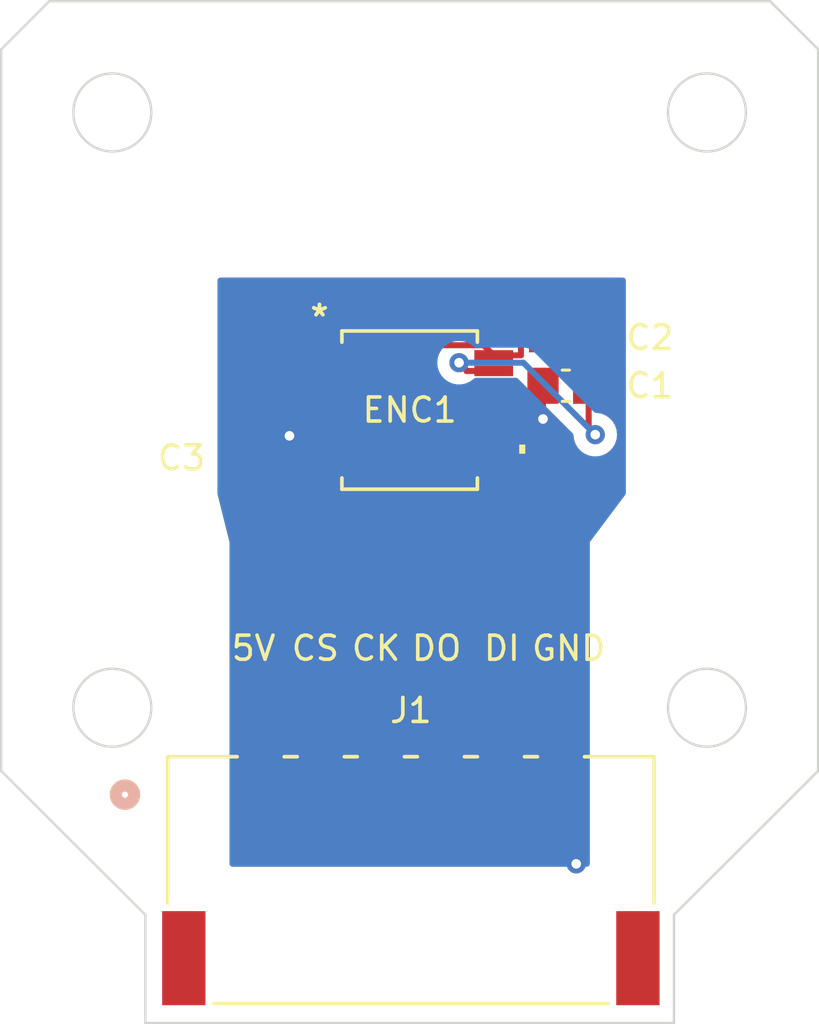
<source format=kicad_pcb>
(kicad_pcb (version 20240108) (generator "pcbnew") (generator_version "8.0")
  (layers (0 "F.Cu" signal) (31 "B.Cu" signal) (34 "B.Paste" user) (35 "F.Paste" user) (36 "B.SilkS" user "B.Silkscreen") (37 "F.SilkS" user "F.Silkscreen") (38 "B.Mask" user) (39 "F.Mask" user) (44 "Edge.Cuts" user))
  (net 0 "")
  (net 1 "+5V")
  (net 2 "Net-(ENC1-CSN)")
  (net 3 "Net-(ENC1-CLK)")
  (net 4 "Net-(ENC1-DO)")
  (net 8 "GND")
  (net 11 "Net-(ENC1-PROG)")
  (net 13 "Net-(ENC1-VDD3V3)")
  (footprint "AS5045-3V3-REG-CAP:CAPC2012X70" (layer "F.Cu") (at 145 81)
    (property "Reference" "C1" (at 3.5 0 0) (layer "F.SilkS"))
    (property "Value" "CC0805KKX5R7BB106" (hide yes))
    (fp_line (start -0.15 -0.65) (end 0.15 -0.65) (stroke (width 0.127)) (layer "F.SilkS"))
    (fp_line (start -0.15 0.65) (end 0.15 0.65) (stroke (width 0.127)) (layer "F.SilkS"))
    (pad "1" smd rect (at -0.95 0) (size 1.3 1.5) (layers "F.Cu" "F.Paste" "F.Mask") (net 8 "GND"))
    (pad "2" smd rect (at 0.95 0) (size 1.3 1.5) (layers "F.Cu" "F.Paste" "F.Mask") (net 13 "Net-(ENC1-VDD3V3)"))
  )
  (footprint "AS5045-PROG-CAP:YAG_CC0402_YAG" (layer "F.Cu") (at 132.4539 84)
    (property "Reference" "C3" (at -3.4539 0 0) (layer "F.SilkS"))
    (property "Value" "CC0402KRX7R7BB104" (hide yes))
    (pad "1" smd rect (at -0.5461 0) (size 0.6604 0.5588) (layers "F.Cu" "F.Paste" "F.Mask") (net 11 "Net-(ENC1-PROG)"))
    (pad "2" smd rect (at 0.5461 0) (size 0.6604 0.5588) (layers "F.Cu" "F.Paste" "F.Mask") (net 8 "GND"))
  )
  (footprint "AS5045-DECOP-CAP:CC0805N_YAG" (layer "F.Cu") (at 144.8255 79)
    (property "Reference" "C2" (at 3.6745 0 0) (layer "F.SilkS"))
    (property "Value" "CC0805KRX7R7BB104" (hide yes))
    (pad "1" smd rect (at -0.8255 0) (size 1.0668 1.2192) (layers "F.Cu" "F.Paste" "F.Mask") (net 1 "+5V"))
    (pad "2" smd rect (at 0.8255 0) (size 1.0668 1.2192) (layers "F.Cu" "F.Paste" "F.Mask") (net 8 "GND"))
  )
  (footprint "AS5045:SSOP16_AS5040-ASST_AMS" (layer "F.Cu") (at 138.499 82.0114)
    (property "Reference" "ENC1" (at 0 0 0) (layer "F.SilkS"))
    (property "Value" "AS5045-ASST")
    (fp_line (start -2.8194 -3.2893) (end -2.8194 -2.823639) (stroke (width 0.1524)) (layer "F.SilkS"))
    (fp_line (start -2.8194 2.823639) (end -2.8194 3.2893) (stroke (width 0.1524)) (layer "F.SilkS"))
    (fp_line (start -2.8194 3.2893) (end 2.8194 3.2893) (stroke (width 0.1524)) (layer "F.SilkS"))
    (fp_line (start 2.8194 -3.2893) (end -2.8194 -3.2893) (stroke (width 0.1524)) (layer "F.SilkS"))
    (fp_line (start 2.8194 -2.823639) (end 2.8194 -3.2893) (stroke (width 0.1524)) (layer "F.SilkS"))
    (fp_line (start 2.8194 3.2893) (end 2.8194 2.823639) (stroke (width 0.1524)) (layer "F.SilkS"))
    (fp_poly (pts (xy 4.8136 1.434501) (xy 4.8136 1.815501) (xy 4.5596 1.815501) (xy 4.5596 1.434501)) (fill solid) (layer "F.SilkS"))
    (fp_text user "*" (at -3.753 -3.849801 0) (layer "F.SilkS"))
    (fp_text user "*" (at -3.753 -3.849801 0) (layer "F.SilkS"))
    (pad "1" smd rect (at -3.499 -2.274999) (size 1.6132 0.4318) (layers "F.Cu" "F.Paste" "F.Mask"))
    (pad "2" smd rect (at -3.499 -1.625001) (size 1.6132 0.4318) (layers "F.Cu" "F.Paste" "F.Mask"))
    (pad "3" smd rect (at -3.499 -0.974999) (size 1.6132 0.4318) (layers "F.Cu" "F.Paste" "F.Mask"))
    (pad "4" smd rect (at -3.499 -0.325001) (size 1.6132 0.4318) (layers "F.Cu" "F.Paste" "F.Mask"))
    (pad "5" smd rect (at -3.499 0.324998) (size 1.6132 0.4318) (layers "F.Cu" "F.Paste" "F.Mask"))
    (pad "6" smd rect (at -3.499 0.974999) (size 1.6132 0.4318) (layers "F.Cu" "F.Paste" "F.Mask") (net 1 "+5V"))
    (pad "7" smd rect (at -3.499 1.624998) (size 1.6132 0.4318) (layers "F.Cu" "F.Paste" "F.Mask") (net 8 "GND"))
    (pad "8" smd rect (at -3.499 2.274999) (size 1.6132 0.4318) (layers "F.Cu" "F.Paste" "F.Mask") (net 11 "Net-(ENC1-PROG)"))
    (pad "9" smd rect (at 3.499 2.274999) (size 1.6132 0.4318) (layers "F.Cu" "F.Paste" "F.Mask") (net 4 "Net-(ENC1-DO)"))
    (pad "10" smd rect (at 3.499 1.625001) (size 1.6132 0.4318) (layers "F.Cu" "F.Paste" "F.Mask") (net 3 "Net-(ENC1-CLK)"))
    (pad "11" smd rect (at 3.499 0.974999) (size 1.6132 0.4318) (layers "F.Cu" "F.Paste" "F.Mask") (net 2 "Net-(ENC1-CSN)"))
    (pad "12" smd rect (at 3.499 0.325001) (size 1.6132 0.4318) (layers "F.Cu" "F.Paste" "F.Mask"))
    (pad "13" smd rect (at 3.499 -0.324998) (size 1.6132 0.4318) (layers "F.Cu" "F.Paste" "F.Mask"))
    (pad "14" smd rect (at 3.499 -0.974999) (size 1.6132 0.4318) (layers "F.Cu" "F.Paste" "F.Mask"))
    (pad "15" smd rect (at 3.499 -1.624998) (size 1.6132 0.4318) (layers "F.Cu" "F.Paste" "F.Mask") (net 13 "Net-(ENC1-VDD3V3)"))
    (pad "16" smd rect (at 3.499 -2.274999) (size 1.6132 0.4318) (layers "F.Cu" "F.Paste" "F.Mask") (net 1 "+5V"))
  )
  (footprint "JST-XH-6:CONN_S6B-XH-SM4-TB_JST" (layer "F.Cu") (at 138.55 101.5538)
    (property "Reference" "J1" (at 0 -7.0538 0) (layer "F.SilkS"))
    (property "Value" "S6B-PH-SM4-TB" (hide yes))
    (fp_circle (center -11.8999 -3.553801) (end -11.5189 -3.553801) (stroke (width 0.508)) (fill none) (layer "B.SilkS"))
    (fp_line (start -10.1219 -5.1308) (end -10.1219 0.957659) (stroke (width 0.1524)) (layer "F.SilkS"))
    (fp_line (start -8.215559 5.1308) (end 8.215559 5.1308) (stroke (width 0.1524)) (layer "F.SilkS"))
    (fp_line (start -7.23044 -5.1308) (end -10.1219 -5.1308) (stroke (width 0.1524)) (layer "F.SilkS"))
    (fp_line (start -4.73044 -5.1308) (end -5.26956 -5.1308) (stroke (width 0.1524)) (layer "F.SilkS"))
    (fp_line (start -2.23044 -5.1308) (end -2.76956 -5.1308) (stroke (width 0.1524)) (layer "F.SilkS"))
    (fp_line (start 0.26956 -5.1308) (end -0.26956 -5.1308) (stroke (width 0.1524)) (layer "F.SilkS"))
    (fp_line (start 2.76956 -5.1308) (end 2.23044 -5.1308) (stroke (width 0.1524)) (layer "F.SilkS"))
    (fp_line (start 5.26956 -5.1308) (end 4.73044 -5.1308) (stroke (width 0.1524)) (layer "F.SilkS"))
    (fp_line (start 10.1219 -5.1308) (end 7.23044 -5.1308) (stroke (width 0.1524)) (layer "F.SilkS"))
    (fp_line (start 10.1219 0.957659) (end 10.1219 -5.1308) (stroke (width 0.1524)) (layer "F.SilkS"))
    (fp_circle (center -11.8999 -3.553801) (end -11.5189 -3.553801) (stroke (width 0.508)) (fill none) (layer "F.SilkS"))
    (pad "1" smd rect (at -6.25 -3.553801) (size 1.2954 4.4958) (layers "F.Cu" "F.Paste" "F.Mask") (net 1 "+5V"))
    (pad "2" smd rect (at -3.75 -3.553801) (size 1.2954 4.4958) (layers "F.Cu" "F.Paste" "F.Mask") (net 2 "Net-(ENC1-CSN)"))
    (pad "3" smd rect (at -1.25 -3.553801) (size 1.2954 4.4958) (layers "F.Cu" "F.Paste" "F.Mask") (net 3 "Net-(ENC1-CLK)"))
    (pad "4" smd rect (at 1.25 -3.553801) (size 1.2954 4.4958) (layers "F.Cu" "F.Paste" "F.Mask") (net 4 "Net-(ENC1-DO)"))
    (pad "5" smd rect (at 3.75 -3.553801) (size 1.2954 4.4958) (layers "F.Cu" "F.Paste" "F.Mask") (net 11 "Net-(ENC1-PROG)"))
    (pad "6" smd rect (at 6.25 -3.553801) (size 1.2954 4.4958) (layers "F.Cu" "F.Paste" "F.Mask") (net 8 "GND"))
    (pad "7" smd rect (at -9.449999 3.246199) (size 1.8034 3.9116) (layers "F.Cu" "F.Paste" "F.Mask"))
    (pad "8" smd rect (at 9.449999 3.246199) (size 1.8034 3.9116) (layers "F.Cu" "F.Paste" "F.Mask"))
  )
  (gr_circle (center 150.874369 94.385769) (end 152.495369 94.385769) (stroke (width 0.1)) (fill none) (layer "Edge.Cuts"))
  (gr_line (start 127.5 103) (end 127.5 107.5) (stroke (width 0.1)) (layer "Edge.Cuts"))
  (gr_line (start 155.5 67.0114) (end 153.5 65.0114) (stroke (width 0.1)) (layer "Edge.Cuts"))
  (gr_line (start 153.5 65.0114) (end 123.5 65.0114) (stroke (width 0.1)) (layer "Edge.Cuts"))
  (gr_line (start 121.5 97.0114) (end 123.5 99.0114) (stroke (width 0.1)) (layer "Edge.Cuts"))
  (gr_line (start 123.5 65.0114) (end 121.5 67.0114) (stroke (width 0.1)) (layer "Edge.Cuts"))
  (gr_line (start 123.5 99.0114) (end 127.5 103) (stroke (width 0.1)) (layer "Edge.Cuts"))
  (gr_line (start 153.5 99.0114) (end 155.5 97.0114) (stroke (width 0.1)) (layer "Edge.Cuts"))
  (gr_line (start 127.5 107.5) (end 149.5 107.5) (stroke (width 0.1)) (layer "Edge.Cuts"))
  (gr_circle (center 126.125631 94.385769) (end 127.746631 94.385769) (stroke (width 0.1)) (fill none) (layer "Edge.Cuts"))
  (gr_line (start 149.5 103) (end 153.5 99.0114) (stroke (width 0.1)) (layer "Edge.Cuts"))
  (gr_line (start 155.5 97.0114) (end 155.5 67.0114) (stroke (width 0.1)) (layer "Edge.Cuts"))
  (gr_circle (center 126.125631 69.637031) (end 127.746631 69.637031) (stroke (width 0.1)) (fill none) (layer "Edge.Cuts"))
  (gr_circle (center 150.874369 69.637031) (end 152.495369 69.637031) (stroke (width 0.1)) (fill none) (layer "Edge.Cuts"))
  (gr_line (start 149.5 107.5) (end 149.5 103) (stroke (width 0.1)) (layer "Edge.Cuts"))
  (gr_line (start 121.5 67.0114) (end 121.5 97.0114) (stroke (width 0.1)) (layer "Edge.Cuts"))
  (gr_text "5V" (at 131 92.5 0) (layer "F.SilkS") (effects (font (size 1 1)) (justify left bottom)))
  (gr_text "CS" (at 133.5 92.5 0) (layer "F.SilkS") (effects (font (size 1 1)) (justify left bottom)))
  (gr_text "DI" (at 141.5 92.5 0) (layer "F.SilkS") (effects (font (size 1 1)) (justify left bottom)))
  (gr_text "CK" (at 136 92.5 0) (layer "F.SilkS") (effects (font (size 1 1)) (justify left bottom)))
  (gr_text "GND" (at 143.5 92.5 0) (layer "F.SilkS") (effects (font (size 1 1)) (justify left bottom)))
  (gr_text "DO" (at 138.5 92.5 0) (layer "F.SilkS") (effects (font (size 1 1)) (justify left bottom)))
  (segment (start 136.1333 82.9864) (end 136.1333 84.9966) (width 0.25) (layer "F.Cu") (net 1))
  (segment (start 141.577 79.3154) (end 139.8043 79.3154) (width 0.25) (layer "F.Cu") (net 1))
  (segment (start 135 82.9864) (end 136.1333 82.9864) (width 0.25) (layer "F.Cu") (net 1))
  (segment (start 132.3 88.8299) (end 132.3 98) (width 0.25) (layer "F.Cu") (net 1))
  (segment (start 141.998 79.7364) (end 143.1313 79.7364) (width 0.25) (layer "F.Cu") (net 1))
  (segment (start 143.1313 79.0086) (end 143.1399 79) (width 0.25) (layer "F.Cu") (net 1))
  (segment (start 143.1313 79.7364) (end 143.1313 79.0086) (width 0.25) (layer "F.Cu") (net 1))
  (segment (start 144 79) (end 143.1399 79) (width 0.25) (layer "F.Cu") (net 1))
  (segment (start 141.998 79.7364) (end 141.577 79.3154) (width 0.25) (layer "F.Cu") (net 1))
  (segment (start 139.8043 79.3154) (end 136.1333 82.9864) (width 0.25) (layer "F.Cu") (net 1))
  (segment (start 136.1333 84.9966) (end 132.3 88.8299) (width 0.25) (layer "F.Cu") (net 1))
  (segment (start 134.8 89.0511) (end 140.8647 82.9864) (width 0.25) (layer "F.Cu") (net 2))
  (segment (start 141.998 82.9864) (end 140.8647 82.9864) (width 0.25) (layer "F.Cu") (net 2))
  (segment (start 134.8 98) (end 134.8 89.0511) (width 0.25) (layer "F.Cu") (net 2))
  (segment (start 140.8647 83.6364) (end 137.3 87.2011) (width 0.25) (layer "F.Cu") (net 3))
  (segment (start 137.3 87.2011) (end 137.3 98) (width 0.25) (layer "F.Cu") (net 3))
  (segment (start 141.998 83.6364) (end 140.8647 83.6364) (width 0.25) (layer "F.Cu") (net 3))
  (segment (start 140.8647 94.3607) (end 139.8 95.4254) (width 0.25) (layer "F.Cu") (net 4))
  (segment (start 140.8647 84.2864) (end 140.8647 94.3607) (width 0.25) (layer "F.Cu") (net 4))
  (segment (start 141.998 84.2864) (end 140.8647 84.2864) (width 0.25) (layer "F.Cu") (net 4))
  (segment (start 139.8 98) (end 139.8 95.4254) (width 0.25) (layer "F.Cu") (net 4))
  (segment (start 144.05 81) (end 144.0878 81) (width 0.25) (layer "F.Cu") (net 8))
  (segment (start 133 84) (end 133.3636 83.6364) (width 0.25) (layer "F.Cu") (net 8))
  (segment (start 145.1286 100.5746) (end 144.8 100.5746) (width 0.25) (layer "F.Cu") (net 8))
  (segment (start 133.4967 83.0826) (end 133.4967 83.6364) (width 0.25) (layer "F.Cu") (net 8))
  (segment (start 133.3636 83.6364) (end 133.4967 83.6364) (width 0.25) (layer "F.Cu") (net 8))
  (segment (start 144.0878 81) (end 145.651 79.4368) (width 0.25) (layer "F.Cu") (net 8))
  (segment (start 144.05 82.3827) (end 144.05 81) (width 0.25) (layer "F.Cu") (net 8))
  (segment (start 144.8 98) (end 144.8 100.5746) (width 0.25) (layer "F.Cu") (net 8))
  (segment (start 133.4967 83.6364) (end 135 83.6364) (width 0.25) (layer "F.Cu") (net 8))
  (segment (start 145.651 79.4368) (end 145.651 79) (width 0.25) (layer "F.Cu") (net 8))
  (segment (start 145.4322 100.8782) (end 145.1286 100.5746) (width 0.25) (layer "F.Cu") (net 8))
  (via (at 145.4322 100.8782) (size 0.8) (drill 0.4) (layers "F.Cu" "B.Cu") (net 8))
  (via (at 133.4967 83.0826) (size 0.8) (drill 0.4) (layers "F.Cu" "B.Cu") (net 8))
  (via (at 144.05 82.3827) (size 0.8) (drill 0.4) (layers "F.Cu" "B.Cu") (net 8))
  (segment (start 142.3 98) (end 142.3 100.5746) (width 0.25) (layer "F.Cu") (net 11))
  (segment (start 131.9078 84) (end 131.9078 84.6061) (width 0.25) (layer "F.Cu") (net 11))
  (segment (start 133.8667 84.2864) (end 133.547 84.6061) (width 0.25) (layer "F.Cu") (net 11))
  (segment (start 131.5169 100.5746) (end 142.3 100.5746) (width 0.25) (layer "F.Cu") (net 11))
  (segment (start 135 84.2864) (end 133.8667 84.2864) (width 0.25) (layer "F.Cu") (net 11))
  (segment (start 131.9078 84.6061) (end 131.3256 85.1883) (width 0.25) (layer "F.Cu") (net 11))
  (segment (start 133.547 84.6061) (end 131.9078 84.6061) (width 0.25) (layer "F.Cu") (net 11))
  (segment (start 131.3256 100.3833) (end 131.5169 100.5746) (width 0.25) (layer "F.Cu") (net 11))
  (segment (start 131.3256 85.1883) (end 131.3256 100.3833) (width 0.25) (layer "F.Cu") (net 11))
  (segment (start 141.998 80.3864) (end 140.8647 80.3864) (width 0.25) (layer "F.Cu") (net 13))
  (segment (start 146.225 83.0326) (end 145.95 82.7576) (width 0.25) (layer "F.Cu") (net 13))
  (segment (start 145.95 82.7576) (end 145.95 81) (width 0.25) (layer "F.Cu") (net 13))
  (segment (start 140.8647 80.3522) (end 140.5546 80.0421) (width 0.25) (layer "F.Cu") (net 13))
  (segment (start 140.8647 80.3864) (end 140.8647 80.3522) (width 0.25) (layer "F.Cu") (net 13))
  (via (at 140.5546 80.0421) (size 0.8) (drill 0.4) (layers "F.Cu" "B.Cu") (net 13))
  (via (at 146.225 83.0326) (size 0.8) (drill 0.4) (layers "F.Cu" "B.Cu") (net 13))
  (segment (start 140.5546 80.0421) (end 143.2345 80.0421) (width 0.25) (layer "B.Cu") (net 13))
  (segment (start 143.2345 80.0421) (end 146.225 83.0326) (width 0.25) (layer "B.Cu") (net 13))
  (zone (net 8) (net_name "GND") (layer "B.Cu") (connect_pads (clearance 0.5)) (min_thickness 0.25) (fill yes (thermal_gap 0.5) (thermal_bridge_width 0.5))
    (polygon (pts (xy 131 101) (xy 146 101) (xy 146 87.5) (xy 147.5 85.5) (xy 147.5 76.5) (xy 130.5 76.5) (xy 130.5 85.5) (xy 131 87.5)))
  )
)
</source>
